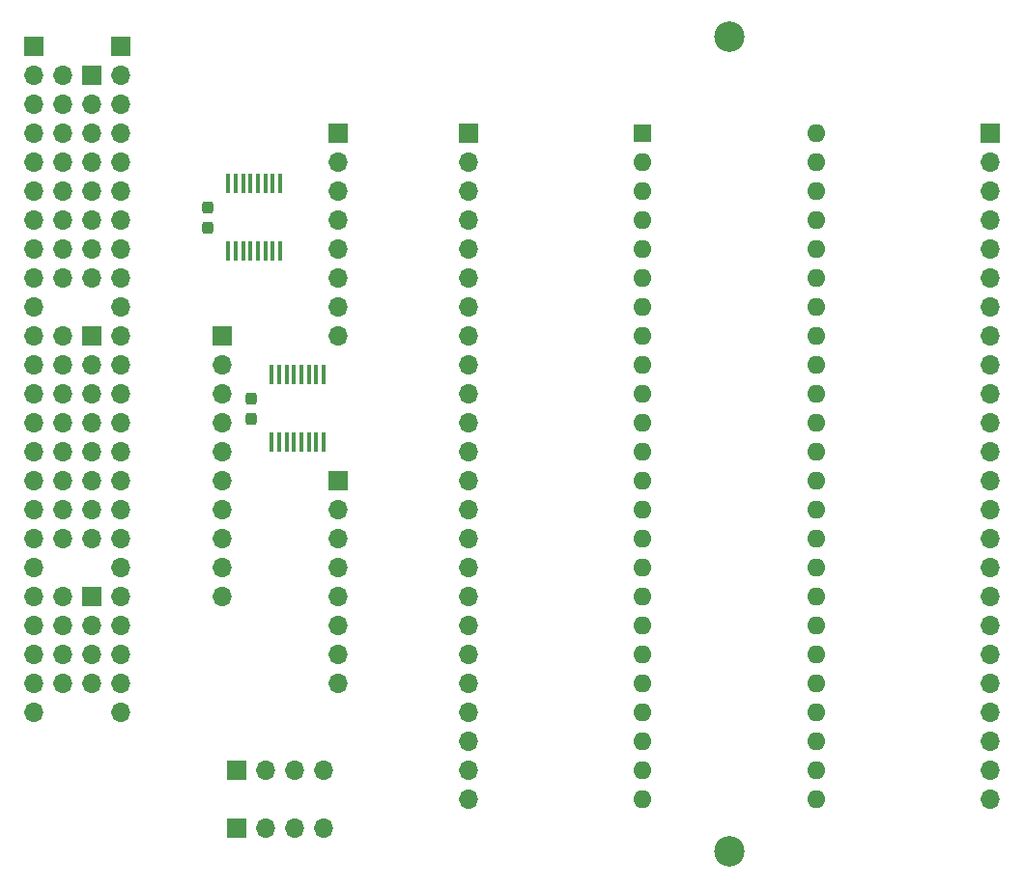
<source format=gbr>
%TF.GenerationSoftware,KiCad,Pcbnew,8.0.4+dfsg-1*%
%TF.CreationDate,2025-01-26T11:43:15+09:00*%
%TF.ProjectId,mezzanine,6d657a7a-616e-4696-9e65-2e6b69636164,1*%
%TF.SameCoordinates,Original*%
%TF.FileFunction,Soldermask,Bot*%
%TF.FilePolarity,Negative*%
%FSLAX46Y46*%
G04 Gerber Fmt 4.6, Leading zero omitted, Abs format (unit mm)*
G04 Created by KiCad (PCBNEW 8.0.4+dfsg-1) date 2025-01-26 11:43:15*
%MOMM*%
%LPD*%
G01*
G04 APERTURE LIST*
G04 Aperture macros list*
%AMRoundRect*
0 Rectangle with rounded corners*
0 $1 Rounding radius*
0 $2 $3 $4 $5 $6 $7 $8 $9 X,Y pos of 4 corners*
0 Add a 4 corners polygon primitive as box body*
4,1,4,$2,$3,$4,$5,$6,$7,$8,$9,$2,$3,0*
0 Add four circle primitives for the rounded corners*
1,1,$1+$1,$2,$3*
1,1,$1+$1,$4,$5*
1,1,$1+$1,$6,$7*
1,1,$1+$1,$8,$9*
0 Add four rect primitives between the rounded corners*
20,1,$1+$1,$2,$3,$4,$5,0*
20,1,$1+$1,$4,$5,$6,$7,0*
20,1,$1+$1,$6,$7,$8,$9,0*
20,1,$1+$1,$8,$9,$2,$3,0*%
G04 Aperture macros list end*
%ADD10R,1.700000X1.700000*%
%ADD11O,1.700000X1.700000*%
%ADD12R,1.600000X1.600000*%
%ADD13O,1.600000X1.600000*%
%ADD14C,2.670000*%
%ADD15R,0.355600X1.778000*%
%ADD16RoundRect,0.237500X0.237500X-0.300000X0.237500X0.300000X-0.237500X0.300000X-0.237500X-0.300000X0*%
G04 APERTURE END LIST*
D10*
%TO.C,J4*%
X154940000Y-45720000D03*
D11*
X154940000Y-48260000D03*
X154940000Y-50800000D03*
X154940000Y-53340000D03*
X154940000Y-55880000D03*
X154940000Y-58420000D03*
X154940000Y-60960000D03*
X154940000Y-63500000D03*
X154940000Y-66040000D03*
X154940000Y-68580000D03*
X154940000Y-71120000D03*
X154940000Y-73660000D03*
X154940000Y-76200000D03*
X154940000Y-78740000D03*
X154940000Y-81280000D03*
X154940000Y-83820000D03*
X154940000Y-86360000D03*
X154940000Y-88900000D03*
X154940000Y-91440000D03*
X154940000Y-93980000D03*
X154940000Y-96520000D03*
X154940000Y-99060000D03*
X154940000Y-101600000D03*
X154940000Y-104140000D03*
%TD*%
D10*
%TO.C,J9*%
X88900000Y-106680000D03*
D11*
X91440000Y-106680000D03*
X93980000Y-106680000D03*
X96520000Y-106680000D03*
%TD*%
D10*
%TO.C,J7*%
X76200000Y-86360000D03*
D11*
X73660000Y-86360000D03*
X76200000Y-88900000D03*
X73660000Y-88900000D03*
X76200000Y-91440000D03*
X73660000Y-91440000D03*
X76200000Y-93980000D03*
X73660000Y-93980000D03*
%TD*%
D10*
%TO.C,J8*%
X88900000Y-101600000D03*
D11*
X91440000Y-101600000D03*
X93980000Y-101600000D03*
X96520000Y-101600000D03*
%TD*%
D10*
%TO.C,J10*%
X87630000Y-63500000D03*
D11*
X87630000Y-66040000D03*
X87630000Y-68580000D03*
X87630000Y-71120000D03*
X87630000Y-73660000D03*
X87630000Y-76200000D03*
X87630000Y-78740000D03*
X87630000Y-81280000D03*
X87630000Y-83820000D03*
X87630000Y-86360000D03*
%TD*%
D10*
%TO.C,J11*%
X97790000Y-45720000D03*
D11*
X97790000Y-48260000D03*
X97790000Y-50800000D03*
X97790000Y-53340000D03*
X97790000Y-55880000D03*
X97790000Y-58420000D03*
X97790000Y-60960000D03*
X97790000Y-63500000D03*
%TD*%
D10*
%TO.C,J3*%
X109220000Y-45720000D03*
D11*
X109220000Y-48260000D03*
X109220000Y-50800000D03*
X109220000Y-53340000D03*
X109220000Y-55880000D03*
X109220000Y-58420000D03*
X109220000Y-60960000D03*
X109220000Y-63500000D03*
X109220000Y-66040000D03*
X109220000Y-68580000D03*
X109220000Y-71120000D03*
X109220000Y-73660000D03*
X109220000Y-76200000D03*
X109220000Y-78740000D03*
X109220000Y-81280000D03*
X109220000Y-83820000D03*
X109220000Y-86360000D03*
X109220000Y-88900000D03*
X109220000Y-91440000D03*
X109220000Y-93980000D03*
X109220000Y-96520000D03*
X109220000Y-99060000D03*
X109220000Y-101600000D03*
X109220000Y-104140000D03*
%TD*%
D12*
%TO.C,U1*%
X124460000Y-45720000D03*
D13*
X124460000Y-48260000D03*
X124460000Y-50800000D03*
X124460000Y-53340000D03*
X124460000Y-55880000D03*
X124460000Y-58420000D03*
X124460000Y-60960000D03*
X124460000Y-63500000D03*
X124460000Y-66040000D03*
X124460000Y-68580000D03*
X124460000Y-71120000D03*
X124460000Y-73660000D03*
X124460000Y-76200000D03*
X124460000Y-78740000D03*
X124460000Y-81280000D03*
X124460000Y-83820000D03*
X124460000Y-86360000D03*
X124460000Y-88900000D03*
X124460000Y-91440000D03*
X124460000Y-93980000D03*
X124460000Y-96520000D03*
X124460000Y-99060000D03*
X124460000Y-101600000D03*
X124460000Y-104140000D03*
X139700000Y-104140000D03*
X139700000Y-101600000D03*
X139700000Y-99060000D03*
X139700000Y-96520000D03*
X139700000Y-93980000D03*
X139700000Y-91440000D03*
X139700000Y-88900000D03*
X139700000Y-86360000D03*
X139700000Y-83820000D03*
X139700000Y-81280000D03*
X139700000Y-78740000D03*
X139700000Y-76200000D03*
X139700000Y-73660000D03*
X139700000Y-71120000D03*
X139700000Y-68580000D03*
X139700000Y-66040000D03*
X139700000Y-63500000D03*
X139700000Y-60960000D03*
X139700000Y-58420000D03*
X139700000Y-55880000D03*
X139700000Y-53340000D03*
X139700000Y-50800000D03*
X139700000Y-48260000D03*
X139700000Y-45720000D03*
D14*
X132080000Y-108710000D03*
X132080000Y-37210000D03*
%TD*%
D10*
%TO.C,J6*%
X76200000Y-63500000D03*
D11*
X73660000Y-63500000D03*
X76200000Y-66040000D03*
X73660000Y-66040000D03*
X76200000Y-68580000D03*
X73660000Y-68580000D03*
X76200000Y-71120000D03*
X73660000Y-71120000D03*
X76200000Y-73660000D03*
X73660000Y-73660000D03*
X76200000Y-76200000D03*
X73660000Y-76200000D03*
X76200000Y-78740000D03*
X73660000Y-78740000D03*
X76200000Y-81280000D03*
X73660000Y-81280000D03*
%TD*%
D10*
%TO.C,J5*%
X76200000Y-40640000D03*
D11*
X73660000Y-40640000D03*
X76200000Y-43180000D03*
X73660000Y-43180000D03*
X76200000Y-45720000D03*
X73660000Y-45720000D03*
X76200000Y-48260000D03*
X73660000Y-48260000D03*
X76200000Y-50800000D03*
X73660000Y-50800000D03*
X76200000Y-53340000D03*
X73660000Y-53340000D03*
X76200000Y-55880000D03*
X73660000Y-55880000D03*
X76200000Y-58420000D03*
X73660000Y-58420000D03*
%TD*%
D10*
%TO.C,J12*%
X97790000Y-76200000D03*
D11*
X97790000Y-78740000D03*
X97790000Y-81280000D03*
X97790000Y-83820000D03*
X97790000Y-86360000D03*
X97790000Y-88900000D03*
X97790000Y-91440000D03*
X97790000Y-93980000D03*
%TD*%
D15*
%TO.C,U4*%
X91959001Y-66878200D03*
X92608999Y-66878200D03*
X93259001Y-66878200D03*
X93908999Y-66878200D03*
X94558998Y-66878200D03*
X95208999Y-66878200D03*
X95858998Y-66878200D03*
X96508999Y-66878200D03*
X96508999Y-72821800D03*
X95859001Y-72821800D03*
X95208999Y-72821800D03*
X94559001Y-72821800D03*
X93909002Y-72821800D03*
X93259001Y-72821800D03*
X92609002Y-72821800D03*
X91959001Y-72821800D03*
%TD*%
D10*
%TO.C,J1*%
X71120000Y-38100000D03*
D11*
X71120000Y-40640000D03*
X71120000Y-43180000D03*
X71120000Y-45720000D03*
X71120000Y-48260000D03*
X71120000Y-50800000D03*
X71120000Y-53340000D03*
X71120000Y-55880000D03*
X71120000Y-58420000D03*
X71120000Y-60960000D03*
X71120000Y-63500000D03*
X71120000Y-66040000D03*
X71120000Y-68580000D03*
X71120000Y-71120000D03*
X71120000Y-73660000D03*
X71120000Y-76200000D03*
X71120000Y-78740000D03*
X71120000Y-81280000D03*
X71120000Y-83820000D03*
X71120000Y-86360000D03*
X71120000Y-88900000D03*
X71120000Y-91440000D03*
X71120000Y-93980000D03*
X71120000Y-96520000D03*
%TD*%
D15*
%TO.C,U3*%
X88149001Y-50114200D03*
X88798999Y-50114200D03*
X89449001Y-50114200D03*
X90098999Y-50114200D03*
X90748998Y-50114200D03*
X91398999Y-50114200D03*
X92048998Y-50114200D03*
X92698999Y-50114200D03*
X92698999Y-56057800D03*
X92049001Y-56057800D03*
X91398999Y-56057800D03*
X90749001Y-56057800D03*
X90099002Y-56057800D03*
X89449001Y-56057800D03*
X88799002Y-56057800D03*
X88149001Y-56057800D03*
%TD*%
D11*
%TO.C,J2*%
X78740000Y-96520000D03*
X78740000Y-93980000D03*
X78740000Y-91440000D03*
X78740000Y-88900000D03*
X78740000Y-86360000D03*
X78740000Y-83820000D03*
X78740000Y-81280000D03*
X78740000Y-78740000D03*
X78740000Y-76200000D03*
X78740000Y-73660000D03*
X78740000Y-71120000D03*
X78740000Y-68580000D03*
X78740000Y-66040000D03*
X78740000Y-63500000D03*
X78740000Y-60960000D03*
X78740000Y-58420000D03*
X78740000Y-55880000D03*
X78740000Y-53340000D03*
X78740000Y-50800000D03*
X78740000Y-48260000D03*
X78740000Y-45720000D03*
X78740000Y-43180000D03*
X78740000Y-40640000D03*
D10*
X78740000Y-38100000D03*
%TD*%
D16*
%TO.C,C4*%
X90170000Y-70712500D03*
X90170000Y-68987500D03*
%TD*%
%TO.C,C3*%
X86360000Y-53948500D03*
X86360000Y-52223500D03*
%TD*%
M02*

</source>
